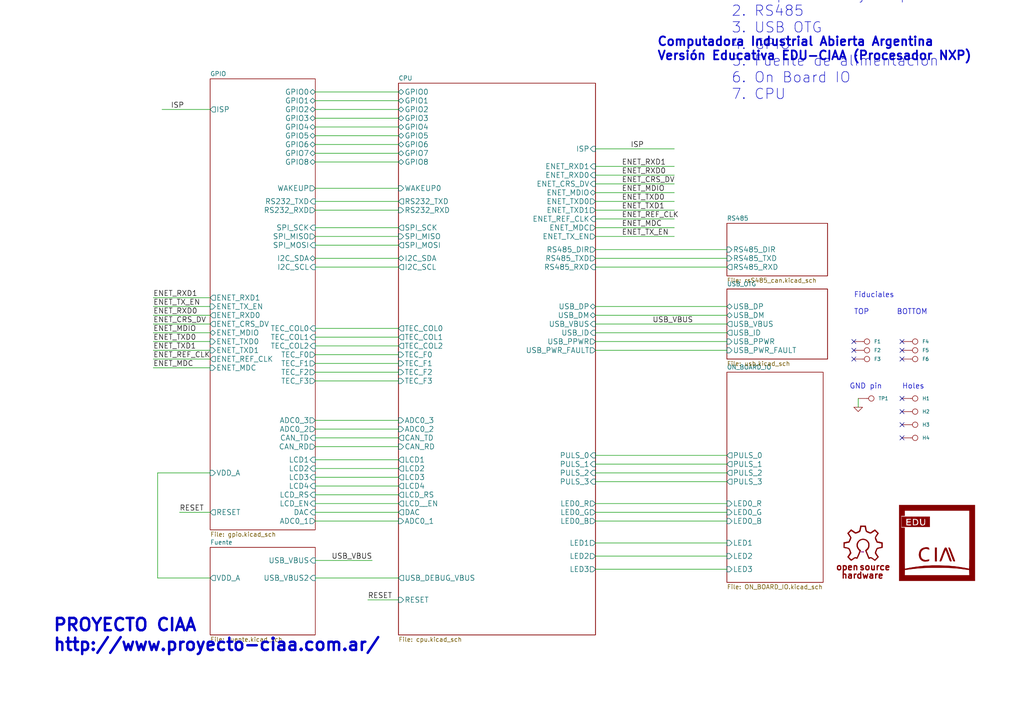
<source format=kicad_sch>
(kicad_sch (version 20250114) (generator "eeschema") (generator_version "9.0")
  (paper "A4")
  (title_block (title "EDU-CIAA-NXP Esquemático jerárquico ") (date "5 oct 2015") (rev "1.2") (comment 1 "Computadora Industrial Abierta Argentina Versión Educativa EDU-CIAA-NXP") (comment 2 "Licencia: https://github.com/ciaa/Hardware/tree/master/Readme (LICENSE)"))
  (lib_symbols
    (symbol "edu-ciaa-nxp:CONN_1" (pin_numbers (hide yes)) (pin_names (offset 0.762) (hide yes))
      (property "Reference" "P" (at 2.032 0 0))
      (symbol "CONN_1_0_1"
        (polyline (pts (xy -0.762 0) (xy -1.27 0)))
        (circle (center 0 0) (radius 0.7874))
      )
      (symbol "CONN_1_1_1"
        (pin passive line (at -3.81 0 0) (length 2.54) (name "1") (number "1"))
      )
    )
    (symbol "edu-ciaa-nxp:GND" (power) (pin_names (offset 0))
      (symbol "GND_0_1"
        (polyline (pts (xy -1.27 0) (xy 0 -1.27) (xy 1.27 0) (xy -1.27 0)))
      )
      (symbol "GND_1_1"
        (pin power_in line (at 0 0 90) (length 0) (hide yes) (name "GND") (number "1"))
      )
    )
    (symbol "edu-ciaa-nxp:LOGO" (pin_names (offset 1.016))
      (symbol "LOGO_0_0"
        (polyline (pts (xy -5.7658 6.1722) (xy -5.8674 6.4516) (xy -6.0706 6.6294) (xy -6.4008 6.6802) (xy -6.6802 6.6802) (xy -6.6802 6.0452) (xy -6.7056 5.4102) (xy -6.3754 5.4102) (xy -6.1976 5.4356) (xy -5.9436 5.5118) (xy -5.8166 5.715) (xy -5.7658 6.0706) (xy -5.7658 6.1722) (xy -5.7658 6.1722)) (stroke (width 0.0254)) (fill (type outline)))
        (polyline (pts (xy -2.286 -1.9304) (xy -2.3114 -1.6764) (xy -2.3368 -1.524) (xy -2.413 -1.397) (xy -2.6162 -1.3208) (xy -2.8956 -1.27) (xy -3.4036 -1.2954) (xy -3.9116 -1.397) (xy -4.3688 -1.6002) (xy -4.7244 -1.8796) (xy -5.0038 -2.286) (xy -5.1816 -2.794) (xy -5.2578 -3.3528) (xy -5.2324 -3.7592) (xy -5.08 -4.318) (xy -4.826 -4.7498) (xy -4.4196 -5.1054) (xy -3.9116 -5.334) (xy -3.81 -5.3594) (xy -3.5052 -5.3848) (xy -3.1496 -5.3594) (xy -2.794 -5.334) (xy -2.5146 -5.2578) (xy -2.3622 -5.1562) (xy -2.286 -4.953) (xy -2.286 -4.8514) (xy -2.3368 -4.8006) (xy -2.4384 -4.8006) (xy -2.6924 -4.8768) (xy -2.7178 -4.8768) (xy -3.175 -4.9784) (xy -3.556 -4.953) (xy -3.937 -4.826) (xy -4.064 -4.7752) (xy -4.4196 -4.4958) (xy -4.6228 -4.1148) (xy -4.7244 -3.6322) (xy -4.7498 -3.302) (xy -4.699 -2.8702) (xy -4.5974 -2.5146) (xy -4.3942 -2.2352) (xy -4.0132 -1.905) (xy -3.556 -1.7272) (xy -3.0734 -1.7018) (xy -2.5908 -1.8034) (xy -2.286 -1.9304) (xy -2.286 -1.9304)) (stroke (width 0.0254)) (fill (type outline)))
        (polyline (pts (xy -2.1082 7.62) (xy -3.3782 7.62) (xy -3.3782 6.2484) (xy -3.4036 5.842) (xy -3.429 5.5626) (xy -3.4544 5.3848) (xy -3.5306 5.2578) (xy -3.7338 5.1054) (xy -4.0894 5.0292) (xy -4.318 5.0038) (xy -4.5212 5.0546) (xy -4.699 5.1816) (xy -4.8006 5.2832) (xy -4.8768 5.4102) (xy -4.9276 5.5626) (xy -4.953 5.8166) (xy -4.9784 6.223) (xy -5.0292 7.0358) (xy -4.8006 7.0358) (xy -4.572 7.0358) (xy -4.572 6.3246) (xy -4.572 6.1468) (xy -4.5466 5.7658) (xy -4.4704 5.5118) (xy -4.3434 5.3848) (xy -4.1402 5.334) (xy -4.064 5.334) (xy -3.9116 5.4102) (xy -3.81 5.588) (xy -3.7338 5.8674) (xy -3.7338 6.3246) (xy -3.7338 6.5532) (xy -3.7084 6.8072) (xy -3.683 6.9596) (xy -3.6322 7.0104) (xy -3.556 7.0358) (xy -3.4798 7.0104) (xy -3.429 6.9596) (xy -3.4036 6.8326) (xy -3.4036 6.604) (xy -3.3782 6.2484) (xy -3.3782 7.62) (xy -5.3848 7.62) (xy -5.3848 6.1468) (xy -5.3848 5.7658) (xy -5.5118 5.4356) (xy -5.6896 5.207) (xy -5.7658 5.1816) (xy -6.0452 5.1054) (xy -6.4516 5.08) (xy -7.0358 5.08) (xy -7.0358 6.0706) (xy -7.0358 7.0612) (xy -6.4516 7.0104) (xy -6.2992 7.0104) (xy -6.0198 6.9596) (xy -5.7912 6.9088) (xy -5.6388 6.7818) (xy -5.6388 6.7564) (xy -5.461 6.477) (xy -5.3848 6.1468) (xy -5.3848 7.62) (xy -6.1722 7.62) (xy -7.4422 7.62) (xy -7.4422 6.858) (xy -7.4676 6.7818) (xy -7.5438 6.731) (xy -7.6962 6.7056) (xy -8.001 6.6802) (xy -8.1026 6.6802) (xy -8.3566 6.6802) (xy -8.4836 6.6548) (xy -8.5344 6.604) (xy -8.5598 6.477) (xy -8.5344 6.35) (xy -8.4836 6.2992) (xy -8.3312 6.2738) (xy -8.0518 6.2738) (xy -7.8232 6.2738) (xy -7.6454 6.2484) (xy -7.5692 6.1976) (xy -7.5438 6.096) (xy -7.5438 6.0198) (xy -7.62 5.969) (xy -7.7724 5.9436) (xy -8.0518 5.9182) (xy -8.128 5.9182) (xy -8.382 5.9182) (xy -8.509 5.8928) (xy -8.5598 5.8166) (xy -8.5598 5.6642) (xy -8.5598 5.4102) (xy -8.001 5.4102) (xy -7.9502 5.4102) (xy -7.6708 5.4102) (xy -7.5438 5.3848) (xy -7.4676 5.334) (xy -7.4422 5.2324) (xy -7.4676 5.1562) (xy -7.493 5.08) (xy -7.62 5.0546) (xy -7.8232 5.0546) (xy -8.1788 5.0292) (xy -8.3312 5.0546) (xy -8.636 5.0546) (xy -8.8392 5.0546) (xy -8.9408 5.08) (xy -8.9408 5.1562) (xy -8.9662 5.3848) (xy -8.9662 5.6896) (xy -8.9662 6.0706) (xy -8.9662 7.0358) (xy -8.2042 7.0358) (xy -7.9248 7.0358) (xy -7.6708 7.0104) (xy -7.5184 6.985) (xy -7.4676 6.9342) (xy -7.4422 6.858) (xy -7.4422 7.62) (xy -10.2362 7.62) (xy -10.2362 6.1468) (xy -10.2362 4.6482) (xy -6.1722 4.6482) (xy -2.1082 4.6482) (xy -2.1082 6.1468) (xy -2.1082 7.62) (xy -2.1082 7.62)) (stroke (width 0.0254)) (fill (type outline)))
        (polyline (pts (xy -0.0762 -5.334) (xy -0.1016 -3.3528) (xy -0.1016 -1.3462) (xy -0.3556 -1.3462) (xy -0.5842 -1.3462) (xy -0.5842 -3.3528) (xy -0.5842 -5.334) (xy -0.3302 -5.334) (xy -0.0762 -5.334) (xy -0.0762 -5.334)) (stroke (width 0.0254)) (fill (type outline)))
        (polyline (pts (xy 4.2164 -5.207) (xy 4.191 -5.1562) (xy 4.1148 -4.9784) (xy 4.0132 -4.6482) (xy 3.8608 -4.2418) (xy 3.683 -3.7592) (xy 3.4798 -3.2258) (xy 3.3782 -2.9718) (xy 3.175 -2.4384) (xy 2.9972 -2.032) (xy 2.8956 -1.7526) (xy 2.794 -1.5494) (xy 2.7178 -1.4478) (xy 2.6416 -1.3716) (xy 2.5654 -1.3462) (xy 2.4892 -1.3462) (xy 2.4384 -1.3462) (xy 2.3622 -1.3716) (xy 2.3114 -1.397) (xy 2.2352 -1.4986) (xy 2.159 -1.651) (xy 2.0574 -1.8796) (xy 1.905 -2.2098) (xy 1.7272 -2.667) (xy 1.4986 -3.2766) (xy 1.3462 -3.6576) (xy 1.1684 -4.1656) (xy 0.9906 -4.5974) (xy 0.8636 -4.953) (xy 0.7874 -5.1816) (xy 0.762 -5.2578) (xy 0.8128 -5.3086) (xy 0.9906 -5.334) (xy 1.0668 -5.334) (xy 1.143 -5.3086) (xy 1.1938 -5.2324) (xy 1.27 -5.1054) (xy 1.3716 -4.9022) (xy 1.4986 -4.5974) (xy 1.651 -4.1656) (xy 1.8542 -3.5814) (xy 1.9558 -3.3528) (xy 2.1336 -2.8702) (xy 2.286 -2.4892) (xy 2.413 -2.1844) (xy 2.4892 -2.0066) (xy 2.5146 -1.9558) (xy 2.5146 -1.9812) (xy 2.5654 -2.1082) (xy 2.667 -2.3876) (xy 2.794 -2.7432) (xy 2.9718 -3.2004) (xy 3.1496 -3.7084) (xy 3.302 -4.1148) (xy 3.4798 -4.572) (xy 3.5814 -4.8768) (xy 3.683 -5.1054) (xy 3.7592 -5.2324) (xy 3.8354 -5.3086) (xy 3.9116 -5.334) (xy 3.9878 -5.334) (xy 4.1656 -5.3086) (xy 4.2164 -5.207) (xy 4.2164 -5.207)) (stroke (width 0.0254)) (fill (type outline)))
        (polyline (pts (xy 5.207 -5.2578) (xy 5.1816 -5.1562) (xy 5.1308 -4.9784) (xy 5.0292 -4.7244) (xy 4.9022 -4.3434) (xy 4.699 -3.8608) (xy 4.445 -3.2258) (xy 4.2926 -2.794) (xy 4.0894 -2.3114) (xy 3.937 -1.9558) (xy 3.8354 -1.7018) (xy 3.7338 -1.524) (xy 3.6576 -1.4224) (xy 3.6068 -1.3716) (xy 3.5306 -1.3716) (xy 3.3782 -1.3462) (xy 3.302 -1.3716) (xy 3.3274 -1.4732) (xy 3.4036 -1.6764) (xy 3.5306 -2.0066) (xy 3.6576 -2.3876) (xy 3.8354 -2.8448) (xy 4.0132 -3.3274) (xy 4.1656 -3.7846) (xy 4.3434 -4.2418) (xy 4.4704 -4.6228) (xy 4.5974 -4.9022) (xy 4.6736 -5.1054) (xy 4.6736 -5.1308) (xy 4.8006 -5.2832) (xy 5.0038 -5.334) (xy 5.08 -5.334) (xy 5.1562 -5.334) (xy 5.1816 -5.3086) (xy 5.207 -5.2578) (xy 5.207 -5.2578)) (stroke (width 0.0254)) (fill (type outline)))
        (polyline (pts (xy 10.9982 10.9982) (xy 9.398 10.9982) (xy 9.398 9.398) (xy 9.398 0.9144) (xy 9.398 0.8382) (xy 9.398 -0.5588) (xy 9.398 -1.778) (xy 9.398 -2.8702) (xy 9.398 -3.7846) (xy 9.398 -4.5974) (xy 9.398 -9.398) (xy 0 -9.398) (xy -9.398 -9.398) (xy -9.3726 -8.6106) (xy -9.3472 -7.8232) (xy -8.9408 -7.7724) (xy -8.7884 -7.747) (xy -7.6454 -7.5946) (xy -6.5786 -7.4676) (xy -5.5626 -7.366) (xy -4.572 -7.2898) (xy -3.556 -7.239) (xy -2.4638 -7.1882) (xy -1.2954 -7.1628) (xy 0 -7.1628) (xy 0.1524 -7.1628) (xy 1.4478 -7.1628) (xy 2.5908 -7.1882) (xy 3.6576 -7.239) (xy 4.6736 -7.2898) (xy 5.6642 -7.366) (xy 6.6802 -7.4676) (xy 7.747 -7.62) (xy 8.9408 -7.7724) (xy 9.3472 -7.8232) (xy 9.3726 -8.6106) (xy 9.398 -9.398) (xy 9.398 -4.5974) (xy 9.3726 -5.2832) (xy 9.3726 -5.8674) (xy 9.3726 -6.3246) (xy 9.3726 -6.7056) (xy 9.3472 -6.985) (xy 9.3472 -7.2136) (xy 9.3218 -7.366) (xy 9.2964 -7.4422) (xy 9.2964 -7.493) (xy 9.271 -7.493) (xy 9.0678 -7.4422) (xy 8.7376 -7.366) (xy 8.3058 -7.2898) (xy 7.7978 -7.1882) (xy 7.239 -7.112) (xy 6.6802 -7.0104) (xy 6.1214 -6.9342) (xy 5.6388 -6.858) (xy 5.2832 -6.8072) (xy 3.048 -6.604) (xy 0.762 -6.5278) (xy -1.524 -6.5278) (xy -3.7846 -6.6548) (xy -5.969 -6.9088) (xy -8.0772 -7.239) (xy -8.128 -7.2644) (xy -8.5344 -7.3406) (xy -8.89 -7.4168) (xy -9.144 -7.4676) (xy -9.271 -7.493) (xy -9.2964 -7.493) (xy -9.3218 -7.4676) (xy -9.3218 -7.3914) (xy -9.3472 -7.2644) (xy -9.3726 -7.0612) (xy -9.3726 -6.7564) (xy -9.3726 -6.3754) (xy -9.398 -5.9182) (xy -9.398 -5.3086) (xy -9.398 -4.5974) (xy -9.398 -3.7338) (xy -9.398 -2.7432) (xy -9.398 -1.5748) (xy -9.398 4.3942) (xy -9.906 4.3942) (xy -10.414 4.3942) (xy -10.414 6.1468) (xy -10.414 7.874) (xy -9.906 7.874) (xy -9.398 7.874) (xy -9.398 8.636) (xy -9.398 9.398) (xy 0 9.398) (xy 9.398 9.398) (xy 9.398 10.9982) (xy 0 10.9982) (xy -10.9982 10.9982) (xy -10.9982 0) (xy -10.9982 -10.9982) (xy 0 -10.9982) (xy 10.9982 -10.9982) (xy 10.9982 0) (xy 10.9982 10.9982) (xy 10.9982 10.9982)) (stroke (width 0.0254)) (fill (type outline)))
      )
    )
    (symbol "edu-ciaa-nxp:OSHWA" (pin_names (offset 1.016))
      (symbol "OSHWA_0_0"
        (polyline (pts (xy 5.7912 2.667) (xy 5.5372 2.7178) (xy 5.4864 2.7432) (xy 5.4864 1.8796) (xy 5.4864 1.8288) (xy 5.4864 1.6002) (xy 5.4864 1.4732) (xy 5.4102 1.3716) (xy 5.2832 1.3208) (xy 5.0038 1.27) (xy 4.6228 1.1938) (xy 4.572 1.1684) (xy 4.318 1.1176) (xy 4.1656 1.0414) (xy 4.0386 0.889) (xy 3.937 0.6604) (xy 3.8354 0.4064) (xy 3.683 0.0762) (xy 3.6068 -0.1778) (xy 3.5814 -0.3556) (xy 3.6322 -0.5334) (xy 3.7592 -0.7366) (xy 3.9116 -0.9906) (xy 4.318 -1.5494) (xy 3.937 -1.9304) (xy 3.5814 -2.3114) (xy 3.048 -1.9558) (xy 2.794 -1.778) (xy 2.5654 -1.651) (xy 2.3876 -1.6256) (xy 2.2098 -1.6256) (xy 1.905 -1.6764) (xy 1.4986 -0.7112) (xy 1.1176 0.2286) (xy 1.397 0.508) (xy 1.5748 0.6604) (xy 1.8034 1.016) (xy 1.9304 1.397) (xy 1.9812 1.8542) (xy 1.9812 1.9304) (xy 1.9558 2.2606) (xy 1.905 2.54) (xy 1.7526 2.8194) (xy 1.4732 3.175) (xy 1.0668 3.5052) (xy 0.5842 3.683) (xy 0.1016 3.7338) (xy -0.4064 3.6576) (xy -0.889 3.429) (xy -1.2954 3.048) (xy -1.3462 2.9972) (xy -1.6256 2.5146) (xy -1.7526 2.0066) (xy -1.7018 1.4986) (xy -1.4986 0.9906) (xy -1.143 0.508) (xy -0.8636 0.2032) (xy -1.2446 -0.7366) (xy -1.651 -1.6764) (xy -1.9558 -1.6256) (xy -2.1082 -1.6256) (xy -2.286 -1.651) (xy -2.4892 -1.7526) (xy -2.7686 -1.9304) (xy -3.2766 -2.2606) (xy -3.6576 -1.905) (xy -4.0132 -1.524) (xy -3.6322 -0.9652) (xy -3.2766 -0.4064) (xy -3.429 0.0254) (xy -3.4544 0.1016) (xy -3.6068 0.508) (xy -3.7338 0.7874) (xy -3.8862 0.9906) (xy -4.0894 1.0922) (xy -4.3688 1.1938) (xy -4.7752 1.27) (xy -5.2578 1.3716) (xy -5.2324 1.905) (xy -5.207 2.413) (xy -4.5212 2.54) (xy -3.8608 2.667) (xy -3.5814 3.2512) (xy -3.556 3.302) (xy -3.4036 3.6068) (xy -3.3274 3.8862) (xy -3.2766 4.0386) (xy -3.3274 4.2164) (xy -3.4544 4.445) (xy -3.6322 4.7244) (xy -3.6576 4.7498) (xy -3.81 5.0292) (xy -3.937 5.207) (xy -3.9878 5.3086) (xy -3.9878 5.334) (xy -3.8862 5.461) (xy -3.7338 5.6388) (xy -3.5306 5.8166) (xy -3.3782 5.969) (xy -3.2766 6.0198) (xy -3.1496 5.9436) (xy -2.9464 5.8166) (xy -2.6924 5.6388) (xy -2.6162 5.588) (xy -2.3622 5.4102) (xy -2.159 5.3086) (xy -2.032 5.2578) (xy -1.8796 5.3086) (xy -1.6256 5.3848) (xy -1.3208 5.5118) (xy -1.2446 5.5372) (xy -0.9144 5.6896) (xy -0.7112 5.842) (xy -0.635 5.969) (xy -0.6096 6.096) (xy -0.5588 6.3754) (xy -0.4826 6.6802) (xy -0.381 7.239) (xy 0.127 7.239) (xy 0.635 7.239) (xy 0.7366 6.731) (xy 0.7874 6.477) (xy 0.8636 6.1722) (xy 0.9398 5.9436) (xy 1.0414 5.8166) (xy 1.1684 5.715) (xy 1.3462 5.6134) (xy 1.4478 5.5626) (xy 1.778 5.4356) (xy 2.032 5.334) (xy 2.1844 5.2832) (xy 2.3114 5.2832) (xy 2.4638 5.334) (xy 2.667 5.4356) (xy 2.9464 5.6388) (xy 3.556 6.0452) (xy 3.937 5.6896) (xy 4.2926 5.3086) (xy 3.9116 4.7498) (xy 3.8354 4.6228) (xy 3.683 4.318) (xy 3.5814 4.0894) (xy 3.6068 3.8354) (xy 3.683 3.5306) (xy 3.8862 3.1496) (xy 4.1148 2.667) (xy 4.7752 2.54) (xy 5.461 2.413) (xy 5.4864 1.8796) (xy 5.4864 2.7432) (xy 5.4102 2.7432) (xy 5.1054 2.8194) (xy 4.8006 2.8956) (xy 4.2926 2.9718) (xy 4.064 3.5306) (xy 3.81 4.0894) (xy 4.2418 4.7244) (xy 4.6736 5.3594) (xy 4.1148 5.9182) (xy 3.5814 6.4516) (xy 2.921 6.0198) (xy 2.286 5.5626) (xy 1.7526 5.7912) (xy 1.1938 6.0452) (xy 1.0922 6.5532) (xy 1.0668 6.8072) (xy 0.9906 7.0866) (xy 0.9652 7.3152) (xy 0.9144 7.5438) (xy 0.127 7.5438) (xy -0.6604 7.5438) (xy -0.762 6.9342) (xy -0.8128 6.6802) (xy -0.889 6.35) (xy -0.9652 6.1214) (xy -1.0922 5.9944) (xy -1.27 5.8928) (xy -1.524 5.7658) (xy -2.032 5.588) (xy -2.667 6.0198) (xy -3.3274 6.477) (xy -3.8608 5.9182) (xy -4.4196 5.3594) (xy -3.9878 4.7244) (xy -3.556 4.0894) (xy -3.7846 3.556) (xy -3.7846 3.5306) (xy -3.8862 3.2766) (xy -3.9878 3.0734) (xy -4.0132 2.9972) (xy -4.0386 2.9718) (xy -4.191 2.9464) (xy -4.445 2.8956) (xy -4.7752 2.8194) (xy -5.5118 2.6924) (xy -5.5118 1.905) (xy -5.5118 1.143) (xy -4.9022 1.016) (xy -4.8768 1.016) (xy -4.5466 0.9652) (xy -4.2926 0.889) (xy -4.1402 0.8382) (xy -4.1148 0.8128) (xy -4.0132 0.6604) (xy -3.8862 0.4318) (xy -3.7592 0.1524) (xy -3.683 -0.1016) (xy -3.6576 -0.3048) (xy -3.7084 -0.4572) (xy -3.8608 -0.6858) (xy -4.0386 -0.9652) (xy -4.4196 -1.524) (xy -3.8862 -2.0828) (xy -3.7846 -2.2098) (xy -3.556 -2.413) (xy -3.3782 -2.5654) (xy -3.3274 -2.6162) (xy -3.302 -2.6162) (xy -3.2004 -2.54) (xy -2.9972 -2.413) (xy -2.7178 -2.2352) (xy -2.5654 -2.1082) (xy -2.3368 -1.9558) (xy -2.1844 -1.905) (xy -2.0574 -1.905) (xy -1.905 -1.9304) (xy -1.7018 -2.0066) (xy -1.5748 -2.0574) (xy -1.5494 -2.032) (xy -1.4732 -1.8796) (xy -1.3462 -1.6256) (xy -1.1684 -1.27) (xy -0.9906 -0.8636) (xy -0.4826 0.3556) (xy -0.8382 0.6604) (xy -1.016 0.8128) (xy -1.27 1.2192) (xy -1.4224 1.651) (xy -1.4224 2.1082) (xy -1.2954 2.5146) (xy -1.0922 2.8956) (xy -0.762 3.2004) (xy -0.3556 3.4036) (xy 0.1524 3.4798) (xy 0.4826 3.429) (xy 0.9144 3.2766) (xy 1.27 2.9718) (xy 1.5494 2.5908) (xy 1.6764 2.159) (xy 1.6764 1.8288) (xy 1.6256 1.4478) (xy 1.4732 1.0922) (xy 1.1684 0.762) (xy 0.762 0.3556) (xy 1.2446 -0.8128) (xy 1.3208 -1.016) (xy 1.4732 -1.397) (xy 1.6256 -1.7272) (xy 1.7272 -1.9558) (xy 1.778 -2.0574) (xy 1.8796 -2.0828) (xy 2.032 -2.0066) (xy 2.1844 -1.905) (xy 2.3114 -1.8796) (xy 2.4892 -1.905) (xy 2.7178 -2.032) (xy 3.0226 -2.2352) (xy 3.5814 -2.6416) (xy 4.1402 -2.0828) (xy 4.6736 -1.524) (xy 4.2926 -0.9652) (xy 4.2164 -0.8636) (xy 4.064 -0.6096) (xy 3.937 -0.381) (xy 3.8862 -0.2794) (xy 3.8862 -0.254) (xy 3.937 -0.0762) (xy 4.0386 0.1778) (xy 4.1402 0.4572) (xy 4.2418 0.6858) (xy 4.318 0.7874) (xy 4.3434 0.8128) (xy 4.4958 0.8636) (xy 4.7498 0.9398) (xy 5.08 1.016) (xy 5.7912 1.143) (xy 5.7912 1.905) (xy 5.7912 2.667) (xy 5.7912 2.667)) (stroke (width 0.0254)) (fill (type outline)))
        (text "open" (at -4.445 -4.445 0) (effects (font (size 1.778 1.778) (bold yes))))
        (text "hardware" (at -0.0254 -6.858 0) (effects (font (size 1.778 1.778) (bold yes))))
        (text "source" (at 3.556 -4.445 0) (effects (font (size 1.778 1.778) (bold yes))))
      )
    )
  )
  (text "Holes" (at 261.62 113.03 0) (effects (font (size 1.524 1.524)) (justify left bottom)))
  (text "Computadora Industrial Abierta Argentina\nVersión Educativa EDU-CIAA (Procesador NXP)" (at 190.5 17.78 0) (effects (font (size 2.54 2.54) (thickness 0.508) (bold yes)) (justify left bottom)))
  (text "GND pin" (at 246.38 113.03 0) (effects (font (size 1.524 1.524)) (justify left bottom)))
  (text "Fiduciales\n\nTOP       BOTTOM" (at 247.65 91.44 0) (effects (font (size 1.524 1.524)) (justify left bottom)))
  (text "PROYECTO CIAA\nhttp://www.proyecto-ciaa.com.ar/" (at 15.24 189.23 0) (effects (font (size 3.556 3.556) (thickness 0.7112) (bold yes)) (justify left bottom)))
  (text "Índice:\n1. Esquemático jerárquico\n2. RS485\n3. USB OTG\n4. GPIO\n5. Fuente de alimentación\n6. On Board IO\n7. CPU\n" (at 212.09 29.21 0) (effects (font (size 2.9972 2.9972)) (justify left bottom)))
  (no_connect (at 247.65 99.06))
  (no_connect (at 261.62 119.38))
  (no_connect (at 261.62 123.19))
  (no_connect (at 261.62 104.14))
  (no_connect (at 261.62 115.57))
  (no_connect (at 247.65 101.6))
  (no_connect (at 261.62 99.06))
  (no_connect (at 261.62 101.6))
  (no_connect (at 261.62 127))
  (no_connect (at 247.65 104.14))
  (wire (pts (xy 91.44 46.99) (xy 115.57 46.99)))
  (wire (pts (xy 115.57 102.87) (xy 91.44 102.87)))
  (wire (pts (xy 115.57 26.67) (xy 91.44 26.67)))
  (wire (pts (xy 115.57 143.51) (xy 91.44 143.51)))
  (wire (pts (xy 91.44 151.13) (xy 115.57 151.13)))
  (wire (pts (xy 91.44 29.21) (xy 115.57 29.21)))
  (wire (pts (xy 91.44 68.58) (xy 115.57 68.58)))
  (wire (pts (xy 115.57 41.91) (xy 91.44 41.91)))
  (wire (pts (xy 115.57 140.97) (xy 91.44 140.97)))
  (wire (pts (xy 115.57 39.37) (xy 91.44 39.37)))
  (wire (pts (xy 91.44 95.25) (xy 115.57 95.25)))
  (wire (pts (xy 60.96 167.64) (xy 45.72 167.64)))
  (wire (pts (xy 91.44 44.45) (xy 115.57 44.45)))
  (wire (pts (xy 115.57 77.47) (xy 91.44 77.47)))
  (wire (pts (xy 115.57 127) (xy 91.44 127)))
  (wire (pts (xy 44.45 91.44) (xy 60.96 91.44)))
  (wire (pts (xy 44.45 99.06) (xy 60.96 99.06)))
  (wire (pts (xy 115.57 148.59) (xy 91.44 148.59)))
  (wire (pts (xy 115.57 60.96) (xy 91.44 60.96)))
  (wire (pts (xy 91.44 129.54) (xy 115.57 129.54)))
  (wire (pts (xy 45.72 167.64) (xy 45.72 137.16)))
  (wire (pts (xy 172.72 68.58) (xy 195.58 68.58)))
  (wire (pts (xy 210.82 161.29) (xy 172.72 161.29)))
  (wire (pts (xy 210.82 157.48) (xy 172.72 157.48)))
  (wire (pts (xy 44.45 88.9) (xy 60.96 88.9)))
  (wire (pts (xy 172.72 88.9) (xy 210.82 88.9)))
  (wire (pts (xy 210.82 165.1) (xy 172.72 165.1)))
  (wire (pts (xy 44.45 104.14) (xy 60.96 104.14)))
  (wire (pts (xy 115.57 124.46) (xy 91.44 124.46)))
  (wire (pts (xy 210.82 91.44) (xy 172.72 91.44)))
  (wire (pts (xy 115.57 105.41) (xy 91.44 105.41)))
  (wire (pts (xy 210.82 77.47) (xy 172.72 77.47)))
  (wire (pts (xy 115.57 31.75) (xy 91.44 31.75)))
  (wire (pts (xy 44.45 96.52) (xy 60.96 96.52)))
  (wire (pts (xy 172.72 50.8) (xy 195.58 50.8)))
  (wire (pts (xy 115.57 71.12) (xy 91.44 71.12)))
  (wire (pts (xy 115.57 167.64) (xy 91.44 167.64)))
  (wire (pts (xy 45.72 137.16) (xy 60.96 137.16)))
  (wire (pts (xy 172.72 139.7) (xy 210.82 139.7)))
  (wire (pts (xy 172.72 93.98) (xy 210.82 93.98)))
  (wire (pts (xy 44.45 86.36) (xy 60.96 86.36)))
  (wire (pts (xy 91.44 110.49) (xy 115.57 110.49)))
  (wire (pts (xy 60.96 148.59) (xy 52.07 148.59)))
  (wire (pts (xy 91.44 36.83) (xy 115.57 36.83)))
  (wire (pts (xy 172.72 43.18) (xy 195.58 43.18)))
  (wire (pts (xy 115.57 34.29) (xy 91.44 34.29)))
  (wire (pts (xy 91.44 74.93) (xy 115.57 74.93)))
  (wire (pts (xy 91.44 121.92) (xy 115.57 121.92)))
  (wire (pts (xy 91.44 135.89) (xy 115.57 135.89)))
  (wire (pts (xy 195.58 60.96) (xy 172.72 60.96)))
  (wire (pts (xy 91.44 54.61) (xy 115.57 54.61)))
  (wire (pts (xy 60.96 31.75) (xy 46.99 31.75)))
  (wire (pts (xy 172.72 74.93) (xy 210.82 74.93)))
  (wire (pts (xy 210.82 101.6) (xy 172.72 101.6)))
  (wire (pts (xy 210.82 96.52) (xy 172.72 96.52)))
  (wire (pts (xy 172.72 63.5) (xy 195.58 63.5)))
  (wire (pts (xy 172.72 53.34) (xy 195.58 53.34)))
  (wire (pts (xy 60.96 101.6) (xy 44.45 101.6)))
  (wire (pts (xy 60.96 106.68) (xy 44.45 106.68)))
  (wire (pts (xy 210.82 148.59) (xy 172.72 148.59)))
  (wire (pts (xy 195.58 66.04) (xy 172.72 66.04)))
  (wire (pts (xy 91.44 146.05) (xy 115.57 146.05)))
  (wire (pts (xy 107.95 162.56) (xy 91.44 162.56)))
  (wire (pts (xy 115.57 66.04) (xy 91.44 66.04)))
  (wire (pts (xy 210.82 72.39) (xy 172.72 72.39)))
  (wire (pts (xy 91.44 97.79) (xy 115.57 97.79)))
  (wire (pts (xy 248.92 118.11) (xy 248.92 115.57)))
  (wire (pts (xy 172.72 137.16) (xy 210.82 137.16)))
  (wire (pts (xy 172.72 48.26) (xy 195.58 48.26)))
  (wire (pts (xy 172.72 151.13) (xy 210.82 151.13)))
  (wire (pts (xy 195.58 55.88) (xy 172.72 55.88)))
  (wire (pts (xy 172.72 132.08) (xy 210.82 132.08)))
  (wire (pts (xy 172.72 58.42) (xy 195.58 58.42)))
  (wire (pts (xy 115.57 107.95) (xy 91.44 107.95)))
  (wire (pts (xy 115.57 100.33) (xy 91.44 100.33)))
  (wire (pts (xy 172.72 99.06) (xy 210.82 99.06)))
  (wire (pts (xy 172.72 146.05) (xy 210.82 146.05)))
  (wire (pts (xy 44.45 93.98) (xy 60.96 93.98)))
  (wire (pts (xy 210.82 134.62) (xy 172.72 134.62)))
  (wire (pts (xy 115.57 138.43) (xy 91.44 138.43)))
  (wire (pts (xy 115.57 133.35) (xy 91.44 133.35)))
  (wire (pts (xy 106.68 173.99) (xy 115.57 173.99)))
  (wire (pts (xy 115.57 58.42) (xy 91.44 58.42)))
  (label "RESET" (at 52.07 148.59 0) (effects (font (size 1.524 1.524))))
  (label "ENET_RXD0" (at 44.45 91.44 0) (effects (font (size 1.524 1.524))))
  (label "ENET_REF_CLK" (at 180.34 63.5 0) (effects (font (size 1.524 1.524))))
  (label "ENET_TX_EN" (at 180.34 68.58 0) (effects (font (size 1.524 1.524))))
  (label "ENET_MDC" (at 180.34 66.04 0) (effects (font (size 1.524 1.524))))
  (label "ENET_RXD0" (at 180.34 50.8 0) (effects (font (size 1.524 1.524))))
  (label "ENET_TX_EN" (at 44.45 88.9 0) (effects (font (size 1.524 1.524))))
  (label "RESET" (at 106.68 173.99 0) (effects (font (size 1.524 1.524))))
  (label "ENET_TXD0" (at 44.45 99.06 0) (effects (font (size 1.524 1.524))))
  (label "ENET_MDIO" (at 44.45 96.52 0) (effects (font (size 1.524 1.524))))
  (label "ENET_TXD0" (at 180.34 58.42 0) (effects (font (size 1.524 1.524))))
  (label "ENET_MDC" (at 44.45 106.68 0) (effects (font (size 1.524 1.524))))
  (label "ENET_TXD1" (at 44.45 101.6 0) (effects (font (size 1.524 1.524))))
  (label "ENET_TXD1" (at 180.34 60.96 0) (effects (font (size 1.524 1.524))))
  (label "ISP" (at 49.53 31.75 0) (effects (font (size 1.524 1.524))))
  (label "USB_VBUS" (at 189.23 93.98 0) (effects (font (size 1.524 1.524))))
  (label "ENET_RXD1" (at 44.45 86.36 0) (effects (font (size 1.524 1.524))))
  (label "USB_VBUS" (at 107.95 162.56 180) (effects (font (size 1.524 1.524))))
  (label "ENET_CRS_DV" (at 44.45 93.98 0) (effects (font (size 1.524 1.524))))
  (label "ENET_REF_CLK" (at 44.45 104.14 0) (effects (font (size 1.524 1.524))))
  (label "ENET_MDIO" (at 180.34 55.88 0) (effects (font (size 1.524 1.524))))
  (label "ENET_CRS_DV" (at 180.34 53.34 0) (effects (font (size 1.524 1.524))))
  (label "ISP" (at 182.88 43.18 0) (effects (font (size 1.524 1.524))))
  (label "ENET_RXD1" (at 180.34 48.26 0) (effects (font (size 1.524 1.524))))
  (symbol (lib_id "edu-ciaa-nxp:CONN_1") (at 265.43 115.57 0) (unit 1)
    (property "Reference" "H1" (at 267.462 115.57 0) (effects (font (size 1.016 1.016)) (justify left)))
    (property "Value" "4mm" (effects (hide yes)))
  )
  (symbol (lib_id "edu-ciaa-nxp:CONN_1") (at 265.43 119.38 0) (unit 1)
    (property "Reference" "H2" (at 267.462 119.38 0) (effects (font (size 1.016 1.016)) (justify left)))
    (property "Value" "4mm" (effects (hide yes)))
  )
  (symbol (lib_id "edu-ciaa-nxp:CONN_1") (at 265.43 123.19 0) (unit 1)
    (property "Reference" "H3" (at 267.462 123.19 0) (effects (font (size 1.016 1.016)) (justify left)))
    (property "Value" "4mm" (effects (hide yes)))
  )
  (symbol (lib_id "edu-ciaa-nxp:CONN_1") (at 265.43 127 0) (unit 1)
    (property "Reference" "H4" (at 267.462 127 0) (effects (font (size 1.016 1.016)) (justify left)))
    (property "Value" "4mm" (effects (hide yes)))
  )
  (symbol (lib_id "edu-ciaa-nxp:CONN_1") (at 265.43 99.06 0) (unit 1)
    (property "Reference" "F4" (at 267.462 99.06 0) (effects (font (size 1.016 1.016)) (justify left)))
    (property "Value" "fiducial" (effects (hide yes)))
  )
  (symbol (lib_id "edu-ciaa-nxp:CONN_1") (at 265.43 101.6 0) (unit 1)
    (property "Reference" "F5" (at 267.462 101.6 0) (effects (font (size 1.016 1.016)) (justify left)))
    (property "Value" "fiducial" (effects (hide yes)))
  )
  (symbol (lib_id "edu-ciaa-nxp:CONN_1") (at 265.43 104.14 0) (unit 1)
    (property "Reference" "F6" (at 267.462 104.14 0) (effects (font (size 1.016 1.016)) (justify left)))
    (property "Value" "fiducial" (effects (hide yes)))
  )
  (symbol (lib_id "edu-ciaa-nxp:CONN_1") (at 251.46 99.06 0) (unit 1)
    (property "Reference" "F1" (at 253.492 99.06 0) (effects (font (size 1.016 1.016)) (justify left)))
    (property "Value" "fiducial" (effects (hide yes)))
  )
  (symbol (lib_id "edu-ciaa-nxp:CONN_1") (at 251.46 101.6 0) (unit 1)
    (property "Reference" "F2" (at 253.492 101.6 0) (effects (font (size 1.016 1.016)) (justify left)))
    (property "Value" "fiducial" (effects (hide yes)))
  )
  (symbol (lib_id "edu-ciaa-nxp:CONN_1") (at 251.46 104.14 0) (unit 1)
    (property "Reference" "F3" (at 253.492 104.14 0) (effects (font (size 1.016 1.016)) (justify left)))
    (property "Value" "fiducial" (effects (hide yes)))
  )
  (symbol (lib_id "edu-ciaa-nxp:LOGO") (at 271.78 157.48 0) (unit 1)
    (property "Reference" "#G2" (effects (hide yes)))
    (property "Value" "LOGO" (effects (hide yes)))
  )
  (symbol (lib_id "edu-ciaa-nxp:OSHWA") (at 250.19 160.02 0) (unit 1)
    (property "Reference" "#G1" (effects (hide yes)))
    (property "Value" "OSHWA" (effects (hide yes)))
    (property "Footprint" "~" (at 250.19 160.02 0) (effects (font (size 1.524 1.524))))
    (property "Datasheet" "~" (at 250.19 160.02 0) (effects (font (size 1.524 1.524))))
  )
  (symbol (lib_id "edu-ciaa-nxp:CONN_1") (at 252.73 115.57 0) (unit 1)
    (property "Reference" "TP1" (at 254.762 115.57 0) (effects (font (size 1.016 1.016)) (justify left)))
    (property "Footprint" "4mm" (effects (hide yes)))
    (property "Descripción" "TEST POINT PC MULTIPURPOSE BRWN" (effects (hide yes)))
    (property "Fabricante" "Keystone Electronics" (effects (hide yes)))
    (property "Nro parte" "5125" (effects (hide yes)))
    (property "Path datasheet" "..PCB/EDU-NXP/Datasheets" (effects (hide yes)))
    (property "Digikey" "36-5125-ND" (effects (hide yes)))
  )
  (symbol (lib_id "edu-ciaa-nxp:GND") (at 248.92 118.11 0) (unit 1)
    (property "Reference" "#PWR01" (effects (hide yes)))
    (property "Value" "GND" (effects (hide yes)))
  )
  (sheet (at 115.57 24.13) (size 57.15 160.02)
    (property "Sheetname" "CPU" (at 115.57 23.4184 0) (effects (justify left bottom)))
    (property "Sheetfile" "cpu.kicad_sch" (at 115.57 184.7346 0) (effects (justify left top)))
    (pin "ENET_RXD1" input (at 172.72 48.26 0) (effects (font (size 1.524 1.524))))
    (pin "ENET_TX_EN" output (at 172.72 68.58 0) (effects (font (size 1.524 1.524))))
    (pin "GPIO0" bidirectional (at 115.57 26.67 180) (effects (font (size 1.524 1.524))))
    (pin "GPIO1" bidirectional (at 115.57 29.21 180) (effects (font (size 1.524 1.524))))
    (pin "ENET_RXD0" input (at 172.72 50.8 0) (effects (font (size 1.524 1.524))))
    (pin "ENET_CRS_DV" input (at 172.72 53.34 0) (effects (font (size 1.524 1.524))))
    (pin "ENET_MDIO" bidirectional (at 172.72 55.88 0) (effects (font (size 1.524 1.524))))
    (pin "ENET_TXD0" output (at 172.72 58.42 0) (effects (font (size 1.524 1.524))))
    (pin "ENET_REF_CLK" input (at 172.72 63.5 0) (effects (font (size 1.524 1.524))))
    (pin "ENET_TXD1" output (at 172.72 60.96 0) (effects (font (size 1.524 1.524))))
    (pin "GPIO2" bidirectional (at 115.57 31.75 180) (effects (font (size 1.524 1.524))))
    (pin "GPIO3" bidirectional (at 115.57 34.29 180) (effects (font (size 1.524 1.524))))
    (pin "SPI_SCK" output (at 115.57 66.04 180) (effects (font (size 1.524 1.524))))
    (pin "RS232_TXD" output (at 115.57 58.42 180) (effects (font (size 1.524 1.524))))
    (pin "RS232_RXD" input (at 115.57 60.96 180) (effects (font (size 1.524 1.524))))
    (pin "SPI_MISO" input (at 115.57 68.58 180) (effects (font (size 1.524 1.524))))
    (pin "SPI_MOSI" output (at 115.57 71.12 180) (effects (font (size 1.524 1.524))))
    (pin "RS485_DIR" output (at 172.72 72.39 0) (effects (font (size 1.524 1.524))))
    (pin "USB_DP" bidirectional (at 172.72 88.9 0) (effects (font (size 1.524 1.524))))
    (pin "USB_DM" bidirectional (at 172.72 91.44 0) (effects (font (size 1.524 1.524))))
    (pin "USB_VBUS" input (at 172.72 93.98 0) (effects (font (size 1.524 1.524))))
    (pin "USB_ID" input (at 172.72 96.52 0) (effects (font (size 1.524 1.524))))
    (pin "ENET_MDC" output (at 172.72 66.04 0) (effects (font (size 1.524 1.524))))
    (pin "RS485_RXD" input (at 172.72 77.47 0) (effects (font (size 1.524 1.524))))
    (pin "PULS_0" input (at 172.72 132.08 0) (effects (font (size 1.524 1.524))))
    (pin "PULS_1" input (at 172.72 134.62 0) (effects (font (size 1.524 1.524))))
    (pin "PULS_2" input (at 172.72 137.16 0) (effects (font (size 1.524 1.524))))
    (pin "PULS_3" input (at 172.72 139.7 0) (effects (font (size 1.524 1.524))))
    (pin "TEC_COL0" output (at 115.57 95.25 180) (effects (font (size 1.524 1.524))))
    (pin "TEC_F0" input (at 115.57 102.87 180) (effects (font (size 1.524 1.524))))
    (pin "ADC0_1" input (at 115.57 151.13 180) (effects (font (size 1.524 1.524))))
    (pin "TEC_F1" input (at 115.57 105.41 180) (effects (font (size 1.524 1.524))))
    (pin "DAC" output (at 115.57 148.59 180) (effects (font (size 1.524 1.524))))
    (pin "TEC_F3" input (at 115.57 110.49 180) (effects (font (size 1.524 1.524))))
    (pin "TEC_F2" input (at 115.57 107.95 180) (effects (font (size 1.524 1.524))))
    (pin "LCD1" output (at 115.57 133.35 180) (effects (font (size 1.524 1.524))))
    (pin "LCD2" output (at 115.57 135.89 180) (effects (font (size 1.524 1.524))))
    (pin "LCD3" output (at 115.57 138.43 180) (effects (font (size 1.524 1.524))))
    (pin "LCD_RS" output (at 115.57 143.51 180) (effects (font (size 1.524 1.524))))
    (pin "LCD__EN" output (at 115.57 146.05 180) (effects (font (size 1.524 1.524))))
    (pin "LCD4" output (at 115.57 140.97 180) (effects (font (size 1.524 1.524))))
    (pin "GPIO4" bidirectional (at 115.57 36.83 180) (effects (font (size 1.524 1.524))))
    (pin "CAN_RD" input (at 115.57 129.54 180) (effects (font (size 1.524 1.524))))
    (pin "CAN_TD" output (at 115.57 127 180) (effects (font (size 1.524 1.524))))
    (pin "GPIO5" bidirectional (at 115.57 39.37 180) (effects (font (size 1.524 1.524))))
    (pin "WAKEUP0" input (at 115.57 54.61 180) (effects (font (size 1.524 1.524))))
    (pin "TEC_COL1" output (at 115.57 97.79 180) (effects (font (size 1.524 1.524))))
    (pin "TEC_COL2" output (at 115.57 100.33 180) (effects (font (size 1.524 1.524))))
    (pin "GPIO6" bidirectional (at 115.57 41.91 180) (effects (font (size 1.524 1.524))))
    (pin "ADC0_3" input (at 115.57 121.92 180) (effects (font (size 1.524 1.524))))
    (pin "ISP" input (at 172.72 43.18 0) (effects (font (size 1.524 1.524))))
    (pin "ADC0_2" input (at 115.57 124.46 180) (effects (font (size 1.524 1.524))))
    (pin "GPIO8" bidirectional (at 115.57 46.99 180) (effects (font (size 1.524 1.524))))
    (pin "GPIO7" bidirectional (at 115.57 44.45 180) (effects (font (size 1.524 1.524))))
    (pin "USB_DEBUG_VBUS" output (at 115.57 167.64 180) (effects (font (size 1.524 1.524))))
    (pin "I2C_SCL" output (at 115.57 77.47 180) (effects (font (size 1.524 1.524))))
    (pin "I2C_SDA" bidirectional (at 115.57 74.93 180) (effects (font (size 1.524 1.524))))
    (pin "LED0_R" output (at 172.72 146.05 0) (effects (font (size 1.524 1.524))))
    (pin "LED0_G" output (at 172.72 148.59 0) (effects (font (size 1.524 1.524))))
    (pin "LED0_B" output (at 172.72 151.13 0) (effects (font (size 1.524 1.524))))
    (pin "RS485_TXD" output (at 172.72 74.93 0) (effects (font (size 1.524 1.524))))
    (pin "LED2" output (at 172.72 161.29 0) (effects (font (size 1.524 1.524))))
    (pin "LED1" output (at 172.72 157.48 0) (effects (font (size 1.524 1.524))))
    (pin "LED3" output (at 172.72 165.1 0) (effects (font (size 1.524 1.524))))
    (pin "USB_PPWR" output (at 172.72 99.06 0) (effects (font (size 1.524 1.524))))
    (pin "USB_PWR_FAULT" output (at 172.72 101.6 0) (effects (font (size 1.524 1.524))))
    (pin "RESET" input (at 115.57 173.99 180) (effects (font (size 1.524 1.524))))
  )
  (sheet (at 210.82 64.77) (size 29.21 15.24)
    (property "Sheetname" "RS485" (at 210.82 64.0584 0) (effects (justify left bottom)))
    (property "Sheetfile" "rsS485_can.kicad_sch" (at 210.82 80.5946 0) (effects (justify left top)))
    (pin "RS485_RXD" output (at 210.82 77.47 180) (effects (font (size 1.524 1.524))))
    (pin "RS485_DIR" input (at 210.82 72.39 180) (effects (font (size 1.524 1.524))))
    (pin "RS485_TXD" input (at 210.82 74.93 180) (effects (font (size 1.524 1.524))))
  )
  (sheet (at 60.96 158.75) (size 30.48 25.4)
    (property "Sheetname" "Fuente" (at 60.96 158.0384 0) (effects (justify left bottom)))
    (property "Sheetfile" "fuente.kicad_sch" (at 60.96 184.7346 0) (effects (justify left top)))
    (pin "USB_VBUS" input (at 91.44 162.56 0) (effects (font (size 1.524 1.524))))
    (pin "USB_VBUS2" input (at 91.44 167.64 0) (effects (font (size 1.524 1.524))))
    (pin "VDD_A" output (at 60.96 167.64 180) (effects (font (size 1.524 1.524))))
  )
  (sheet (at 210.82 83.82) (size 29.21 20.32)
    (property "Sheetname" "USB_OTG" (at 210.82 83.1084 0) (effects (justify left bottom)))
    (property "Sheetfile" "usb.kicad_sch" (at 210.82 104.7246 0) (effects (justify left top)))
    (pin "USB_VBUS" output (at 210.82 93.98 180) (effects (font (size 1.524 1.524))))
    (pin "USB_DM" bidirectional (at 210.82 91.44 180) (effects (font (size 1.524 1.524))))
    (pin "USB_DP" bidirectional (at 210.82 88.9 180) (effects (font (size 1.524 1.524))))
    (pin "USB_ID" output (at 210.82 96.52 180) (effects (font (size 1.524 1.524))))
    (pin "USB_PPWR" input (at 210.82 99.06 180) (effects (font (size 1.524 1.524))))
    (pin "USB_PWR_FAULT" input (at 210.82 101.6 180) (effects (font (size 1.524 1.524))))
  )
  (sheet (at 60.96 22.86) (size 30.48 130.81)
    (property "Sheetname" "GPIO" (at 60.96 22.1484 0) (effects (justify left bottom)))
    (property "Sheetfile" "gpio.kicad_sch" (at 60.96 154.2546 0) (effects (justify left top)))
    (pin "GPIO0" bidirectional (at 91.44 26.67 0) (effects (font (size 1.524 1.524))))
    (pin "GPIO2" bidirectional (at 91.44 31.75 0) (effects (font (size 1.524 1.524))))
    (pin "GPIO4" bidirectional (at 91.44 36.83 0) (effects (font (size 1.524 1.524))))
    (pin "GPIO8" bidirectional (at 91.44 46.99 0) (effects (font (size 1.524 1.524))))
    (pin "GPIO1" bidirectional (at 91.44 29.21 0) (effects (font (size 1.524 1.524))))
    (pin "GPIO3" bidirectional (at 91.44 34.29 0) (effects (font (size 1.524 1.524))))
    (pin "GPIO5" bidirectional (at 91.44 39.37 0) (effects (font (size 1.524 1.524))))
    (pin "GPIO7" bidirectional (at 91.44 44.45 0) (effects (font (size 1.524 1.524))))
    (pin "I2C_SDA" bidirectional (at 91.44 74.93 0) (effects (font (size 1.524 1.524))))
    (pin "I2C_SCL" input (at 91.44 77.47 0) (effects (font (size 1.524 1.524))))
    (pin "SPI_MISO" output (at 91.44 68.58 0) (effects (font (size 1.524 1.524))))
    (pin "SPI_MOSI" input (at 91.44 71.12 0) (effects (font (size 1.524 1.524))))
    (pin "SPI_SCK" input (at 91.44 66.04 0) (effects (font (size 1.524 1.524))))
    (pin "GPIO6" bidirectional (at 91.44 41.91 0) (effects (font (size 1.524 1.524))))
    (pin "ENET_RXD1" output (at 60.96 86.36 180) (effects (font (size 1.524 1.524))))
    (pin "ENET_TX_EN" input (at 60.96 88.9 180) (effects (font (size 1.524 1.524))))
    (pin "TEC_COL0" input (at 91.44 95.25 0) (effects (font (size 1.524 1.524))))
    (pin "ENET_RXD0" output (at 60.96 91.44 180) (effects (font (size 1.524 1.524))))
    (pin "ENET_CRS_DV" output (at 60.96 93.98 180) (effects (font (size 1.524 1.524))))
    (pin "ENET_MDIO" bidirectional (at 60.96 96.52 180) (effects (font (size 1.524 1.524))))
    (pin "ENET_TXD0" input (at 60.96 99.06 180) (effects (font (size 1.524 1.524))))
    (pin "ENET_REF_CLK" output (at 60.96 104.14 180) (effects (font (size 1.524 1.524))))
    (pin "ENET_TXD1" input (at 60.96 101.6 180) (effects (font (size 1.524 1.524))))
    (pin "TEC_F0" output (at 91.44 102.87 0) (effects (font (size 1.524 1.524))))
    (pin "ADC0_1" output (at 91.44 151.13 0) (effects (font (size 1.524 1.524))))
    (pin "TEC_F1" output (at 91.44 105.41 0) (effects (font (size 1.524 1.524))))
    (pin "DAC" input (at 91.44 148.59 0) (effects (font (size 1.524 1.524))))
    (pin "TEC_F2" output (at 91.44 107.95 0) (effects (font (size 1.524 1.524))))
    (pin "TEC_F3" output (at 91.44 110.49 0) (effects (font (size 1.524 1.524))))
    (pin "LCD1" input (at 91.44 133.35 0) (effects (font (size 1.524 1.524))))
    (pin "LCD2" input (at 91.44 135.89 0) (effects (font (size 1.524 1.524))))
    (pin "LCD3" input (at 91.44 138.43 0) (effects (font (size 1.524 1.524))))
    (pin "LCD_RS" input (at 91.44 143.51 0) (effects (font (size 1.524 1.524))))
    (pin "LCD_EN" input (at 91.44 146.05 0) (effects (font (size 1.524 1.524))))
    (pin "LCD4" input (at 91.44 140.97 0) (effects (font (size 1.524 1.524))))
    (pin "CAN_RD" output (at 91.44 129.54 0) (effects (font (size 1.524 1.524))))
    (pin "CAN_TD" input (at 91.44 127 0) (effects (font (size 1.524 1.524))))
    (pin "WAKEUP" output (at 91.44 54.61 0) (effects (font (size 1.524 1.524))))
    (pin "TEC_COL1" input (at 91.44 97.79 0) (effects (font (size 1.524 1.524))))
    (pin "TEC_COL2" input (at 91.44 100.33 0) (effects (font (size 1.524 1.524))))
    (pin "ISP" output (at 60.96 31.75 180) (effects (font (size 1.524 1.524))))
    (pin "ADC0_3" output (at 91.44 121.92 0) (effects (font (size 1.524 1.524))))
    (pin "ADC0_2" output (at 91.44 124.46 0) (effects (font (size 1.524 1.524))))
    (pin "RS232_TXD" input (at 91.44 58.42 0) (effects (font (size 1.524 1.524))))
    (pin "RS232_RXD" output (at 91.44 60.96 0) (effects (font (size 1.524 1.524))))
    (pin "ENET_MDC" input (at 60.96 106.68 180) (effects (font (size 1.524 1.524))))
    (pin "VDD_A" input (at 60.96 137.16 180) (effects (font (size 1.524 1.524))))
    (pin "RESET" output (at 60.96 148.59 180) (effects (font (size 1.524 1.524))))
  )
  (sheet (at 210.82 107.95) (size 27.94 60.96)
    (property "Sheetname" "ON_BOARD_IO" (at 210.82 107.2384 0) (effects (justify left bottom)))
    (property "Sheetfile" "ON_BOARD_IO.kicad_sch" (at 210.82 169.4946 0) (effects (justify left top)))
    (pin "PULS_0" output (at 210.82 132.08 180) (effects (font (size 1.524 1.524))))
    (pin "PULS_1" output (at 210.82 134.62 180) (effects (font (size 1.524 1.524))))
    (pin "PULS_2" output (at 210.82 137.16 180) (effects (font (size 1.524 1.524))))
    (pin "PULS_3" output (at 210.82 139.7 180) (effects (font (size 1.524 1.524))))
    (pin "LED0_B" input (at 210.82 151.13 180) (effects (font (size 1.524 1.524))))
    (pin "LED0_G" input (at 210.82 148.59 180) (effects (font (size 1.524 1.524))))
    (pin "LED0_R" input (at 210.82 146.05 180) (effects (font (size 1.524 1.524))))
    (pin "LED2" input (at 210.82 161.29 180) (effects (font (size 1.524 1.524))))
    (pin "LED1" input (at 210.82 157.48 180) (effects (font (size 1.524 1.524))))
    (pin "LED3" input (at 210.82 165.1 180) (effects (font (size 1.524 1.524))))
  )
)
</source>
